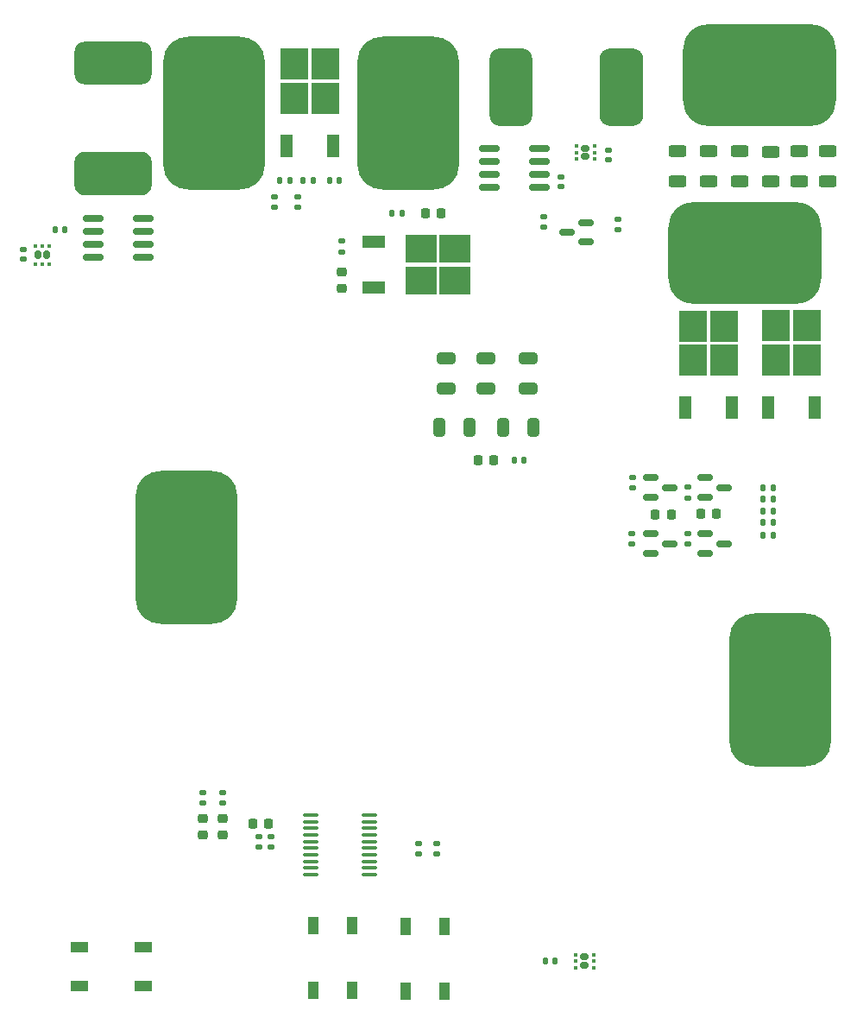
<source format=gbr>
%TF.GenerationSoftware,KiCad,Pcbnew,(6.0.0)*%
%TF.CreationDate,2022-09-13T16:11:23+02:00*%
%TF.ProjectId,IceCutterPCB,49636543-7574-4746-9572-5043422e6b69,rev?*%
%TF.SameCoordinates,Original*%
%TF.FileFunction,Paste,Top*%
%TF.FilePolarity,Positive*%
%FSLAX46Y46*%
G04 Gerber Fmt 4.6, Leading zero omitted, Abs format (unit mm)*
G04 Created by KiCad (PCBNEW (6.0.0)) date 2022-09-13 16:11:23*
%MOMM*%
%LPD*%
G01*
G04 APERTURE LIST*
G04 Aperture macros list*
%AMRoundRect*
0 Rectangle with rounded corners*
0 $1 Rounding radius*
0 $2 $3 $4 $5 $6 $7 $8 $9 X,Y pos of 4 corners*
0 Add a 4 corners polygon primitive as box body*
4,1,4,$2,$3,$4,$5,$6,$7,$8,$9,$2,$3,0*
0 Add four circle primitives for the rounded corners*
1,1,$1+$1,$2,$3*
1,1,$1+$1,$4,$5*
1,1,$1+$1,$6,$7*
1,1,$1+$1,$8,$9*
0 Add four rect primitives between the rounded corners*
20,1,$1+$1,$2,$3,$4,$5,0*
20,1,$1+$1,$4,$5,$6,$7,0*
20,1,$1+$1,$6,$7,$8,$9,0*
20,1,$1+$1,$8,$9,$2,$3,0*%
G04 Aperture macros list end*
%ADD10RoundRect,0.250000X-0.625000X0.312500X-0.625000X-0.312500X0.625000X-0.312500X0.625000X0.312500X0*%
%ADD11RoundRect,0.135000X-0.185000X0.135000X-0.185000X-0.135000X0.185000X-0.135000X0.185000X0.135000X0*%
%ADD12RoundRect,1.050000X2.750000X-1.050000X2.750000X1.050000X-2.750000X1.050000X-2.750000X-1.050000X0*%
%ADD13RoundRect,1.075000X2.725000X-1.075000X2.725000X1.075000X-2.725000X1.075000X-2.725000X-1.075000X0*%
%ADD14RoundRect,0.160000X0.245000X0.160000X-0.245000X0.160000X-0.245000X-0.160000X0.245000X-0.160000X0*%
%ADD15RoundRect,0.093750X0.093750X0.106250X-0.093750X0.106250X-0.093750X-0.106250X0.093750X-0.106250X0*%
%ADD16R,2.750000X3.050000*%
%ADD17R,1.200000X2.200000*%
%ADD18RoundRect,2.500000X-5.000000X-2.500000X5.000000X-2.500000X5.000000X2.500000X-5.000000X2.500000X0*%
%ADD19RoundRect,0.250000X-0.325000X-0.650000X0.325000X-0.650000X0.325000X0.650000X-0.325000X0.650000X0*%
%ADD20RoundRect,0.135000X-0.135000X-0.185000X0.135000X-0.185000X0.135000X0.185000X-0.135000X0.185000X0*%
%ADD21R,3.050000X2.750000*%
%ADD22R,2.200000X1.200000*%
%ADD23RoundRect,0.150000X-0.825000X-0.150000X0.825000X-0.150000X0.825000X0.150000X-0.825000X0.150000X0*%
%ADD24RoundRect,0.225000X-0.225000X-0.250000X0.225000X-0.250000X0.225000X0.250000X-0.225000X0.250000X0*%
%ADD25RoundRect,0.150000X-0.587500X-0.150000X0.587500X-0.150000X0.587500X0.150000X-0.587500X0.150000X0*%
%ADD26RoundRect,0.225000X0.225000X0.250000X-0.225000X0.250000X-0.225000X-0.250000X0.225000X-0.250000X0*%
%ADD27RoundRect,0.140000X0.140000X0.170000X-0.140000X0.170000X-0.140000X-0.170000X0.140000X-0.170000X0*%
%ADD28RoundRect,0.250000X-0.650000X0.325000X-0.650000X-0.325000X0.650000X-0.325000X0.650000X0.325000X0*%
%ADD29RoundRect,0.135000X0.185000X-0.135000X0.185000X0.135000X-0.185000X0.135000X-0.185000X-0.135000X0*%
%ADD30RoundRect,2.500000X2.500000X-5.000000X2.500000X5.000000X-2.500000X5.000000X-2.500000X-5.000000X0*%
%ADD31R,1.700000X1.000000*%
%ADD32R,1.000000X1.700000*%
%ADD33RoundRect,0.140000X-0.140000X-0.170000X0.140000X-0.170000X0.140000X0.170000X-0.140000X0.170000X0*%
%ADD34RoundRect,0.160000X-0.245000X-0.160000X0.245000X-0.160000X0.245000X0.160000X-0.245000X0.160000X0*%
%ADD35RoundRect,0.093750X-0.093750X-0.106250X0.093750X-0.106250X0.093750X0.106250X-0.093750X0.106250X0*%
%ADD36RoundRect,0.135000X0.135000X0.185000X-0.135000X0.185000X-0.135000X-0.185000X0.135000X-0.185000X0*%
%ADD37RoundRect,0.218750X0.256250X-0.218750X0.256250X0.218750X-0.256250X0.218750X-0.256250X-0.218750X0*%
%ADD38RoundRect,0.225000X0.250000X-0.225000X0.250000X0.225000X-0.250000X0.225000X-0.250000X-0.225000X0*%
%ADD39RoundRect,0.140000X0.170000X-0.140000X0.170000X0.140000X-0.170000X0.140000X-0.170000X-0.140000X0*%
%ADD40RoundRect,2.500000X-2.500000X5.000000X-2.500000X-5.000000X2.500000X-5.000000X2.500000X5.000000X0*%
%ADD41RoundRect,1.050000X1.050000X2.750000X-1.050000X2.750000X-1.050000X-2.750000X1.050000X-2.750000X0*%
%ADD42RoundRect,1.075000X1.075000X2.725000X-1.075000X2.725000X-1.075000X-2.725000X1.075000X-2.725000X0*%
%ADD43RoundRect,0.100000X-0.637500X-0.100000X0.637500X-0.100000X0.637500X0.100000X-0.637500X0.100000X0*%
%ADD44RoundRect,0.140000X-0.170000X0.140000X-0.170000X-0.140000X0.170000X-0.140000X0.170000X0.140000X0*%
%ADD45RoundRect,0.150000X0.587500X0.150000X-0.587500X0.150000X-0.587500X-0.150000X0.587500X-0.150000X0*%
%ADD46RoundRect,0.160000X-0.160000X0.245000X-0.160000X-0.245000X0.160000X-0.245000X0.160000X0.245000X0*%
%ADD47RoundRect,0.093750X-0.106250X0.093750X-0.106250X-0.093750X0.106250X-0.093750X0.106250X0.093750X0*%
G04 APERTURE END LIST*
D10*
%TO.C,R29*%
X237032800Y-60625800D03*
X237032800Y-63550800D03*
%TD*%
D11*
%TO.C,R1*%
X190459800Y-123561000D03*
X190459800Y-124581000D03*
%TD*%
D12*
%TO.C,R5*%
X181610000Y-52004000D03*
D13*
X181610000Y-62804000D03*
%TD*%
D14*
%TO.C,U6*%
X227895200Y-139655600D03*
X227895200Y-140455600D03*
D15*
X228782700Y-140705600D03*
X228782700Y-140055600D03*
X228782700Y-139405600D03*
X227007700Y-139405600D03*
X227007700Y-140055600D03*
X227007700Y-140705600D03*
%TD*%
D16*
%TO.C,Q16*%
X246633000Y-77759000D03*
X249683000Y-77759000D03*
X246633000Y-81109000D03*
X249683000Y-81109000D03*
D17*
X245878000Y-85734000D03*
X250438000Y-85734000D03*
%TD*%
D11*
%TO.C,R2*%
X199745600Y-65072800D03*
X199745600Y-66092800D03*
%TD*%
D18*
%TO.C,J7*%
X245008400Y-53187600D03*
%TD*%
D19*
%TO.C,C5*%
X219925000Y-87700000D03*
X222875000Y-87700000D03*
%TD*%
D16*
%TO.C,Q1*%
X199389000Y-55455000D03*
X202439000Y-55455000D03*
X202439000Y-52105000D03*
X199389000Y-52105000D03*
D17*
X198634000Y-60080000D03*
X203194000Y-60080000D03*
%TD*%
D20*
%TO.C,R51*%
X245360000Y-94780100D03*
X246380000Y-94780100D03*
%TD*%
D21*
%TO.C,U7*%
X211812000Y-73280000D03*
X211812000Y-70230000D03*
X215162000Y-73280000D03*
X215162000Y-70230000D03*
D22*
X207187000Y-69475000D03*
X207187000Y-74035000D03*
%TD*%
D11*
%TO.C,R48*%
X237998000Y-93597000D03*
X237998000Y-94617000D03*
%TD*%
D23*
%TO.C,U8*%
X218505000Y-60325000D03*
X218505000Y-61595000D03*
X218505000Y-62865000D03*
X218505000Y-64135000D03*
X223455000Y-64135000D03*
X223455000Y-62865000D03*
X223455000Y-61595000D03*
X223455000Y-60325000D03*
%TD*%
D24*
%TO.C,C30*%
X239255000Y-96139000D03*
X240805000Y-96139000D03*
%TD*%
D25*
%TO.C,Q25*%
X239727500Y-92649000D03*
X239727500Y-94549000D03*
X241602500Y-93599000D03*
%TD*%
D11*
%TO.C,R30*%
X231140000Y-67308000D03*
X231140000Y-68328000D03*
%TD*%
D26*
%TO.C,C1*%
X196904603Y-126605000D03*
X195354603Y-126605000D03*
%TD*%
D27*
%TO.C,C9*%
X176880000Y-68358400D03*
X175920000Y-68358400D03*
%TD*%
D10*
%TO.C,R32*%
X243128800Y-60625800D03*
X243128800Y-63550800D03*
%TD*%
D26*
%TO.C,C25*%
X213813000Y-66675000D03*
X212263000Y-66675000D03*
%TD*%
D28*
%TO.C,C11*%
X222333000Y-80981400D03*
X222333000Y-83931400D03*
%TD*%
D29*
%TO.C,R6*%
X204021000Y-70487000D03*
X204021000Y-69467000D03*
%TD*%
%TO.C,R45*%
X232511600Y-99163600D03*
X232511600Y-98143600D03*
%TD*%
D30*
%TO.C,J9*%
X188823600Y-99466400D03*
%TD*%
D28*
%TO.C,C6*%
X214333000Y-80981400D03*
X214333000Y-83931400D03*
%TD*%
D31*
%TO.C,SW3*%
X184607600Y-138663600D03*
X178307600Y-138663600D03*
X178307600Y-142463600D03*
X184607600Y-142463600D03*
%TD*%
D11*
%TO.C,R24*%
X211571200Y-128524000D03*
X211571200Y-129544000D03*
%TD*%
D32*
%TO.C,SW2*%
X205105000Y-142875000D03*
X205105000Y-136575000D03*
X201305000Y-142875000D03*
X201305000Y-136575000D03*
%TD*%
D33*
%TO.C,C12*%
X220976400Y-90964400D03*
X221936400Y-90964400D03*
%TD*%
D18*
%TO.C,J8*%
X243586000Y-70612000D03*
%TD*%
D10*
%TO.C,R31*%
X240080800Y-60625800D03*
X240080800Y-63550800D03*
%TD*%
D26*
%TO.C,C31*%
X236385400Y-96266000D03*
X234835400Y-96266000D03*
%TD*%
D34*
%TO.C,U1*%
X227954000Y-60354700D03*
X227954000Y-61154700D03*
D35*
X227066500Y-60104700D03*
X227066500Y-60754700D03*
X227066500Y-61404700D03*
X228841500Y-61404700D03*
X228841500Y-60754700D03*
X228841500Y-60104700D03*
%TD*%
D20*
%TO.C,R7*%
X208972000Y-66675000D03*
X209992000Y-66675000D03*
%TD*%
D19*
%TO.C,C32*%
X213600400Y-87700000D03*
X216550400Y-87700000D03*
%TD*%
D36*
%TO.C,R53*%
X246382000Y-98336100D03*
X245362000Y-98336100D03*
%TD*%
D26*
%TO.C,C33*%
X218950000Y-90913600D03*
X217400000Y-90913600D03*
%TD*%
D29*
%TO.C,R28*%
X223901000Y-68074000D03*
X223901000Y-67054000D03*
%TD*%
D37*
%TO.C,D1*%
X190459800Y-127652500D03*
X190459800Y-126077500D03*
%TD*%
D20*
%TO.C,R4*%
X197963000Y-63500000D03*
X198983000Y-63500000D03*
%TD*%
%TO.C,R52*%
X245358000Y-93637100D03*
X246378000Y-93637100D03*
%TD*%
D38*
%TO.C,C24*%
X204021000Y-74054000D03*
X204021000Y-72504000D03*
%TD*%
D25*
%TO.C,Q24*%
X239727500Y-98160800D03*
X239727500Y-100060800D03*
X241602500Y-99110800D03*
%TD*%
D39*
%TO.C,C26*%
X172847000Y-71219000D03*
X172847000Y-70259000D03*
%TD*%
D40*
%TO.C,J13*%
X191516000Y-56896000D03*
%TD*%
D10*
%TO.C,R33*%
X246176800Y-60687300D03*
X246176800Y-63612300D03*
%TD*%
%TO.C,R34*%
X248970800Y-60625800D03*
X248970800Y-63550800D03*
%TD*%
D27*
%TO.C,C28*%
X224999600Y-140072000D03*
X224039600Y-140072000D03*
%TD*%
%TO.C,C8*%
X201239000Y-63500000D03*
X200279000Y-63500000D03*
%TD*%
D29*
%TO.C,R47*%
X237998000Y-99110800D03*
X237998000Y-98090800D03*
%TD*%
D41*
%TO.C,R27*%
X220660000Y-54356000D03*
D42*
X231460000Y-54356000D03*
%TD*%
D30*
%TO.C,J14*%
X210566000Y-56896000D03*
%TD*%
D28*
%TO.C,C23*%
X218199600Y-80981400D03*
X218199600Y-83931400D03*
%TD*%
D10*
%TO.C,R35*%
X251764800Y-60625800D03*
X251764800Y-63550800D03*
%TD*%
D27*
%TO.C,C7*%
X203807000Y-63500000D03*
X202847000Y-63500000D03*
%TD*%
D43*
%TO.C,U2*%
X201025300Y-125728000D03*
X201025300Y-126378000D03*
X201025300Y-127028000D03*
X201025300Y-127678000D03*
X201025300Y-128328000D03*
X201025300Y-128978000D03*
X201025300Y-129628000D03*
X201025300Y-130278000D03*
X201025300Y-130928000D03*
X201025300Y-131578000D03*
X206750300Y-131578000D03*
X206750300Y-130928000D03*
X206750300Y-130278000D03*
X206750300Y-129628000D03*
X206750300Y-128978000D03*
X206750300Y-128328000D03*
X206750300Y-127678000D03*
X206750300Y-127028000D03*
X206750300Y-126378000D03*
X206750300Y-125728000D03*
%TD*%
D37*
%TO.C,D2*%
X192364800Y-127652500D03*
X192364800Y-126077500D03*
%TD*%
D44*
%TO.C,C29*%
X230210000Y-60528700D03*
X230210000Y-61488700D03*
%TD*%
D32*
%TO.C,SW1*%
X214122000Y-142977000D03*
X214122000Y-136677000D03*
X210322000Y-136677000D03*
X210322000Y-142977000D03*
%TD*%
D39*
%TO.C,C27*%
X225552000Y-64081600D03*
X225552000Y-63121600D03*
%TD*%
D25*
%TO.C,Q22*%
X234393500Y-98160800D03*
X234393500Y-100060800D03*
X236268500Y-99110800D03*
%TD*%
D11*
%TO.C,R3*%
X192364800Y-123559000D03*
X192364800Y-124579000D03*
%TD*%
%TO.C,R22*%
X213400000Y-128524000D03*
X213400000Y-129544000D03*
%TD*%
D45*
%TO.C,Q14*%
X228013500Y-69530000D03*
X228013500Y-67630000D03*
X226138500Y-68580000D03*
%TD*%
D29*
%TO.C,R46*%
X232613200Y-93677200D03*
X232613200Y-92657200D03*
%TD*%
D44*
%TO.C,C3*%
X197459600Y-65130800D03*
X197459600Y-66090800D03*
%TD*%
D20*
%TO.C,R50*%
X245360000Y-95923100D03*
X246380000Y-95923100D03*
%TD*%
D16*
%TO.C,Q17*%
X241556000Y-81144000D03*
X238506000Y-77794000D03*
X238506000Y-81144000D03*
X241556000Y-77794000D03*
D17*
X237751000Y-85769000D03*
X242311000Y-85769000D03*
%TD*%
D23*
%TO.C,U4*%
X179643000Y-67183000D03*
X179643000Y-68453000D03*
X179643000Y-69723000D03*
X179643000Y-70993000D03*
X184593000Y-70993000D03*
X184593000Y-69723000D03*
X184593000Y-68453000D03*
X184593000Y-67183000D03*
%TD*%
D25*
%TO.C,Q23*%
X234393500Y-92649000D03*
X234393500Y-94549000D03*
X236268500Y-93599000D03*
%TD*%
D30*
%TO.C,J11*%
X247040400Y-113487200D03*
%TD*%
D20*
%TO.C,R49*%
X245360000Y-97066100D03*
X246380000Y-97066100D03*
%TD*%
D44*
%TO.C,C2*%
X197134800Y-127865000D03*
X197134800Y-128825000D03*
%TD*%
D46*
%TO.C,U5*%
X174275800Y-70789800D03*
X175075800Y-70789800D03*
D47*
X175325800Y-69902300D03*
X174675800Y-69902300D03*
X174025800Y-69902300D03*
X174025800Y-71677300D03*
X174675800Y-71677300D03*
X175325800Y-71677300D03*
%TD*%
D44*
%TO.C,C4*%
X195918603Y-127864000D03*
X195918603Y-128824000D03*
%TD*%
M02*

</source>
